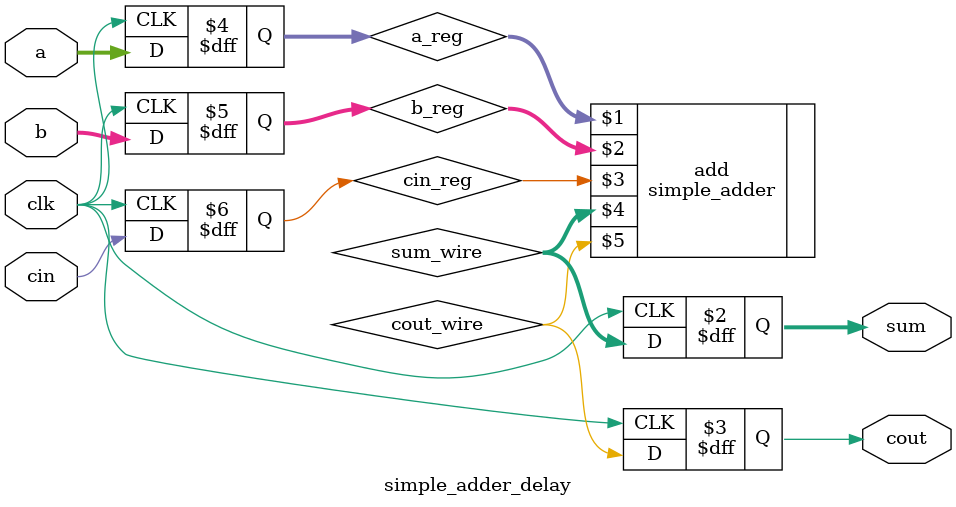
<source format=v>
`timescale 1ns / 1ps
module simple_adder_delay(clk,a,b,cin,sum,cout);
parameter W=256;

input [W-1:0] a,b;
input cin,clk;
output reg [W-1:0] sum;
output reg cout;

reg [W-1:0] a_reg, b_reg;
reg cin_reg;
wire [W-1:0] sum_wire;
wire cout_wire;

always@(posedge clk)
begin
a_reg<=a;b_reg<=b; cin_reg<=cin;sum<=sum_wire;cout<=cout_wire;
end

simple_adder add(a_reg,b_reg, cin_reg,sum_wire,cout_wire);


endmodule

</source>
